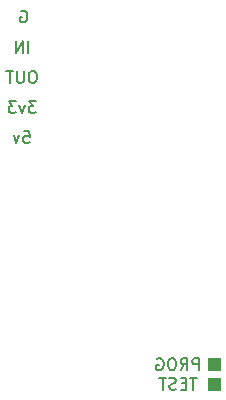
<source format=gbr>
%TF.GenerationSoftware,KiCad,Pcbnew,5.1.6-c6e7f7d~87~ubuntu18.04.1*%
%TF.CreationDate,2020-09-13T15:34:11-06:00*%
%TF.ProjectId,twinkle-led-controller,7477696e-6b6c-4652-9d6c-65642d636f6e,rev?*%
%TF.SameCoordinates,Original*%
%TF.FileFunction,Legend,Bot*%
%TF.FilePolarity,Positive*%
%FSLAX46Y46*%
G04 Gerber Fmt 4.6, Leading zero omitted, Abs format (unit mm)*
G04 Created by KiCad (PCBNEW 5.1.6-c6e7f7d~87~ubuntu18.04.1) date 2020-09-13 15:34:11*
%MOMM*%
%LPD*%
G01*
G04 APERTURE LIST*
%ADD10C,0.100000*%
%ADD11C,0.150000*%
G04 APERTURE END LIST*
D10*
G36*
X216600000Y-83900000D02*
G01*
X215600000Y-83900000D01*
X215600000Y-82900000D01*
X216600000Y-82900000D01*
X216600000Y-83900000D01*
G37*
X216600000Y-83900000D02*
X215600000Y-83900000D01*
X215600000Y-82900000D01*
X216600000Y-82900000D01*
X216600000Y-83900000D01*
G36*
X216624000Y-85528000D02*
G01*
X215608000Y-85528000D01*
X215608000Y-84512000D01*
X216624000Y-84512000D01*
X216624000Y-85528000D01*
G37*
X216624000Y-85528000D02*
X215608000Y-85528000D01*
X215608000Y-84512000D01*
X216624000Y-84512000D01*
X216624000Y-85528000D01*
D11*
X214853714Y-83885380D02*
X214853714Y-82885380D01*
X214472761Y-82885380D01*
X214377523Y-82933000D01*
X214329904Y-82980619D01*
X214282285Y-83075857D01*
X214282285Y-83218714D01*
X214329904Y-83313952D01*
X214377523Y-83361571D01*
X214472761Y-83409190D01*
X214853714Y-83409190D01*
X213282285Y-83885380D02*
X213615619Y-83409190D01*
X213853714Y-83885380D02*
X213853714Y-82885380D01*
X213472761Y-82885380D01*
X213377523Y-82933000D01*
X213329904Y-82980619D01*
X213282285Y-83075857D01*
X213282285Y-83218714D01*
X213329904Y-83313952D01*
X213377523Y-83361571D01*
X213472761Y-83409190D01*
X213853714Y-83409190D01*
X212663238Y-82885380D02*
X212472761Y-82885380D01*
X212377523Y-82933000D01*
X212282285Y-83028238D01*
X212234666Y-83218714D01*
X212234666Y-83552047D01*
X212282285Y-83742523D01*
X212377523Y-83837761D01*
X212472761Y-83885380D01*
X212663238Y-83885380D01*
X212758476Y-83837761D01*
X212853714Y-83742523D01*
X212901333Y-83552047D01*
X212901333Y-83218714D01*
X212853714Y-83028238D01*
X212758476Y-82933000D01*
X212663238Y-82885380D01*
X211282285Y-82933000D02*
X211377523Y-82885380D01*
X211520380Y-82885380D01*
X211663238Y-82933000D01*
X211758476Y-83028238D01*
X211806095Y-83123476D01*
X211853714Y-83313952D01*
X211853714Y-83456809D01*
X211806095Y-83647285D01*
X211758476Y-83742523D01*
X211663238Y-83837761D01*
X211520380Y-83885380D01*
X211425142Y-83885380D01*
X211282285Y-83837761D01*
X211234666Y-83790142D01*
X211234666Y-83456809D01*
X211425142Y-83456809D01*
X214663238Y-84535380D02*
X214091809Y-84535380D01*
X214377523Y-85535380D02*
X214377523Y-84535380D01*
X213758476Y-85011571D02*
X213425142Y-85011571D01*
X213282285Y-85535380D02*
X213758476Y-85535380D01*
X213758476Y-84535380D01*
X213282285Y-84535380D01*
X212901333Y-85487761D02*
X212758476Y-85535380D01*
X212520380Y-85535380D01*
X212425142Y-85487761D01*
X212377523Y-85440142D01*
X212329904Y-85344904D01*
X212329904Y-85249666D01*
X212377523Y-85154428D01*
X212425142Y-85106809D01*
X212520380Y-85059190D01*
X212710857Y-85011571D01*
X212806095Y-84963952D01*
X212853714Y-84916333D01*
X212901333Y-84821095D01*
X212901333Y-84725857D01*
X212853714Y-84630619D01*
X212806095Y-84583000D01*
X212710857Y-84535380D01*
X212472761Y-84535380D01*
X212329904Y-84583000D01*
X212044190Y-84535380D02*
X211472761Y-84535380D01*
X211758476Y-85535380D02*
X211758476Y-84535380D01*
X200002857Y-63644380D02*
X200479047Y-63644380D01*
X200526666Y-64120571D01*
X200479047Y-64072952D01*
X200383809Y-64025333D01*
X200145714Y-64025333D01*
X200050476Y-64072952D01*
X200002857Y-64120571D01*
X199955238Y-64215809D01*
X199955238Y-64453904D01*
X200002857Y-64549142D01*
X200050476Y-64596761D01*
X200145714Y-64644380D01*
X200383809Y-64644380D01*
X200479047Y-64596761D01*
X200526666Y-64549142D01*
X199621904Y-63977714D02*
X199383809Y-64644380D01*
X199145714Y-63977714D01*
X201050476Y-61104380D02*
X200431428Y-61104380D01*
X200764761Y-61485333D01*
X200621904Y-61485333D01*
X200526666Y-61532952D01*
X200479047Y-61580571D01*
X200431428Y-61675809D01*
X200431428Y-61913904D01*
X200479047Y-62009142D01*
X200526666Y-62056761D01*
X200621904Y-62104380D01*
X200907619Y-62104380D01*
X201002857Y-62056761D01*
X201050476Y-62009142D01*
X200098095Y-61437714D02*
X199860000Y-62104380D01*
X199621904Y-61437714D01*
X199336190Y-61104380D02*
X198717142Y-61104380D01*
X199050476Y-61485333D01*
X198907619Y-61485333D01*
X198812380Y-61532952D01*
X198764761Y-61580571D01*
X198717142Y-61675809D01*
X198717142Y-61913904D01*
X198764761Y-62009142D01*
X198812380Y-62056761D01*
X198907619Y-62104380D01*
X199193333Y-62104380D01*
X199288571Y-62056761D01*
X199336190Y-62009142D01*
X200860000Y-58564380D02*
X200669523Y-58564380D01*
X200574285Y-58612000D01*
X200479047Y-58707238D01*
X200431428Y-58897714D01*
X200431428Y-59231047D01*
X200479047Y-59421523D01*
X200574285Y-59516761D01*
X200669523Y-59564380D01*
X200860000Y-59564380D01*
X200955238Y-59516761D01*
X201050476Y-59421523D01*
X201098095Y-59231047D01*
X201098095Y-58897714D01*
X201050476Y-58707238D01*
X200955238Y-58612000D01*
X200860000Y-58564380D01*
X200002857Y-58564380D02*
X200002857Y-59373904D01*
X199955238Y-59469142D01*
X199907619Y-59516761D01*
X199812380Y-59564380D01*
X199621904Y-59564380D01*
X199526666Y-59516761D01*
X199479047Y-59469142D01*
X199431428Y-59373904D01*
X199431428Y-58564380D01*
X199098095Y-58564380D02*
X198526666Y-58564380D01*
X198812380Y-59564380D02*
X198812380Y-58564380D01*
X200383809Y-57024380D02*
X200383809Y-56024380D01*
X199907619Y-57024380D02*
X199907619Y-56024380D01*
X199336190Y-57024380D01*
X199336190Y-56024380D01*
X199738095Y-53500000D02*
X199833333Y-53452380D01*
X199976190Y-53452380D01*
X200119047Y-53500000D01*
X200214285Y-53595238D01*
X200261904Y-53690476D01*
X200309523Y-53880952D01*
X200309523Y-54023809D01*
X200261904Y-54214285D01*
X200214285Y-54309523D01*
X200119047Y-54404761D01*
X199976190Y-54452380D01*
X199880952Y-54452380D01*
X199738095Y-54404761D01*
X199690476Y-54357142D01*
X199690476Y-54023809D01*
X199880952Y-54023809D01*
M02*

</source>
